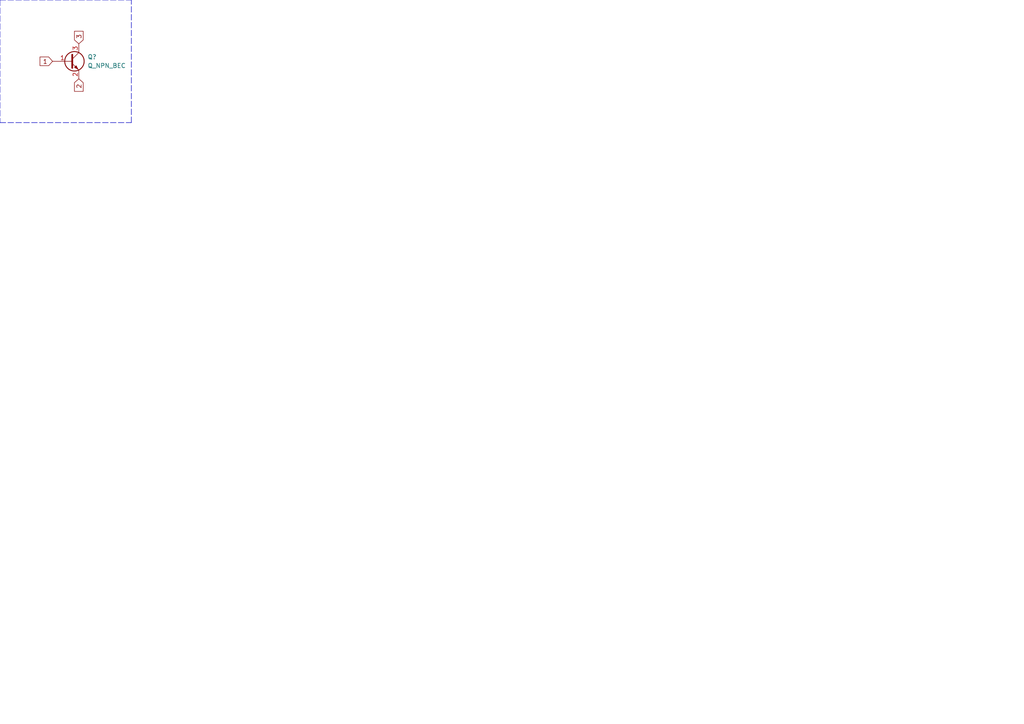
<source format=kicad_sch>
(kicad_sch (version 20201015) (generator eeschema)
  (paper "A4")
  (lib_symbols
    (symbol "Device:Q_NPN_BEC" (pin_names (offset 0) hide)
      (property "Reference" "Q" (at 5.08 1.27 0))
      (property "Value" "Q_NPN_BEC" (at 5.08 -1.27 0))
      (symbol "Q_NPN_BEC_0_1"
        (circle (center 1.27 0) (radius 2.8194) (stroke (width 0.254)))
        (polyline (pts (xy 0.635 0.635) (xy 2.54 2.54)))
        (polyline (pts (xy 0.635 -0.635) (xy 2.54 -2.54) (xy 2.54 -2.54)))
        (polyline (pts (xy 0.635 1.905) (xy 0.635 -1.905) (xy 0.635 -1.905)) (stroke (width 0.508)))
        (polyline (pts (xy 1.27 -1.778) (xy 1.778 -1.27) (xy 2.286 -2.286) (xy 1.27 -1.778) (xy 1.27 -1.778)) (fill (type outline)))
      )
      (symbol "Q_NPN_BEC_1_1"
        (pin input line (at -5.08 0 0) (length 5.715) (name "B") (number "1"))
        (pin passive line (at 2.54 -5.08 90) (length 2.54) (name "E") (number "2"))
        (pin passive line (at 2.54 5.08 270) (length 2.54) (name "C") (number "3"))
      )
    )
  )
  (polyline (pts (xy 0 0) (xy 0 35.56)) (stroke (width 0) (type dash)))
  (polyline (pts (xy 0 0) (xy 38.1 0)) (stroke (width 0) (type dash)))
  (polyline (pts (xy 0 35.56) (xy 38.1 35.56)) (stroke (width 0) (type dash)))
  (polyline (pts (xy 38.1 35.56) (xy 38.1 0)) (stroke (width 0) (type dash)))
  (text "D .*\nF .*\nV MMBT.*" (at 0 0 0) (effects (font (size 1.27 1.27)) (justify left bottom)))
  (global_label "1" (shape input) (at 15.24 17.78 180) (property "Intersheet References" "${INTERSHEET_REFS}" (effects hide)))
  (global_label "3" (shape input) (at 22.86 12.7 90) (property "Intersheet References" "${INTERSHEET_REFS}" (effects hide)))
  (global_label "2" (shape input) (at 22.86 22.86 270) (property "Intersheet References" "${INTERSHEET_REFS}" (effects hide)))
  (symbol (lib_id "Device:Q_NPN_BEC") (at 20.32 17.78 0) (unit 1)
    (property "Reference" "Q?" (at 25.4 16.51 0) (effects (justify left)))
    (property "Value" "Q_NPN_BEC" (at 25.4 19.05 0) (effects (justify left)))
  )
)
</source>
